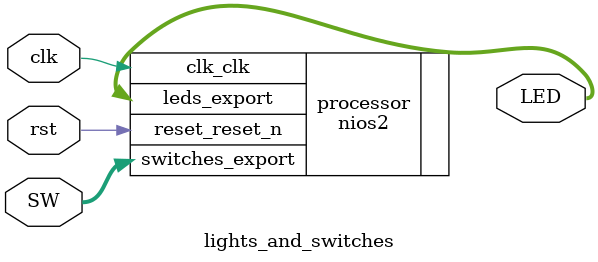
<source format=v>
module lights_and_switches(LED, SW, clk, rst);
	input clk, rst;
	input [7:0] SW;
	output [7:0] LED;
	
	nios2 processor (.clk_clk(clk), .leds_export(LED), .reset_reset_n(rst), .switches_export(SW));
endmodule

</source>
